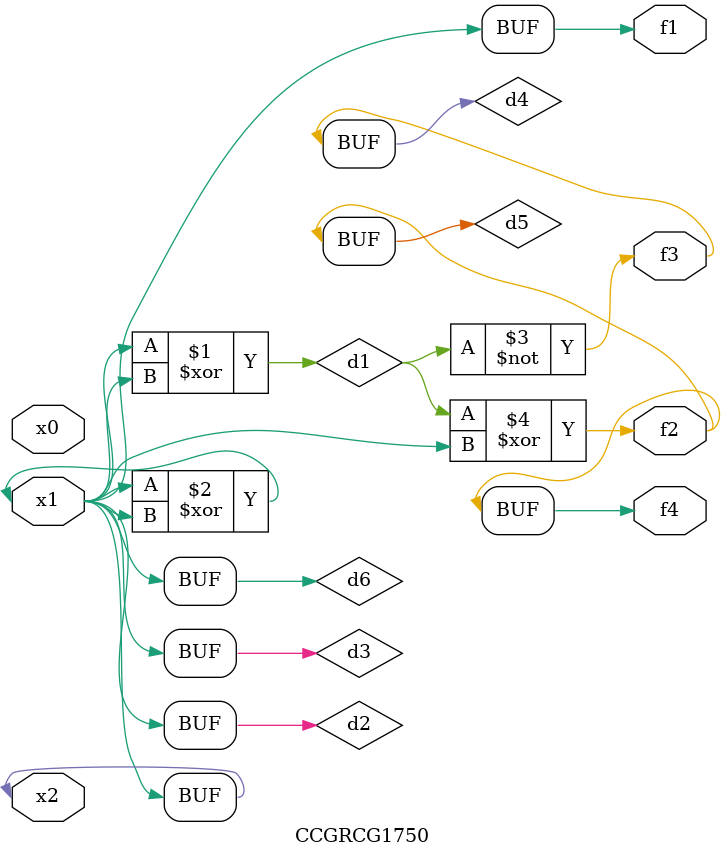
<source format=v>
module CCGRCG1750(
	input x0, x1, x2,
	output f1, f2, f3, f4
);

	wire d1, d2, d3, d4, d5, d6;

	xor (d1, x1, x2);
	buf (d2, x1, x2);
	xor (d3, x1, x2);
	nor (d4, d1);
	xor (d5, d1, d2);
	buf (d6, d2, d3);
	assign f1 = d6;
	assign f2 = d5;
	assign f3 = d4;
	assign f4 = d5;
endmodule

</source>
